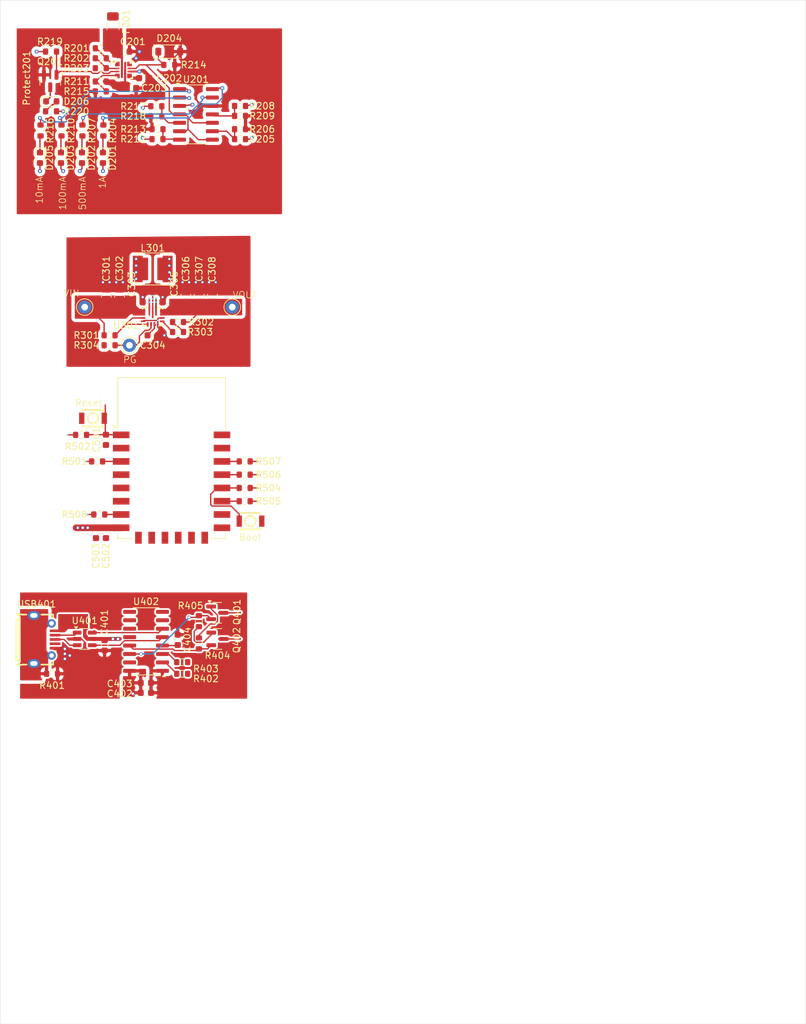
<source format=kicad_pcb>
(kicad_pcb (version 20240108) (generator "pcbnew") (generator_version "8.0")
  (layers (0 "F.Cu" signal) (1 "In1.Cu" power "Ground") (2 "In2.Cu" power "Power") (31 "B.Cu" signal) (34 "B.Paste" user) (35 "F.Paste" user) (36 "B.SilkS" user "B.Silkscreen") (37 "F.SilkS" user "F.Silkscreen") (38 "B.Mask" user) (39 "F.Mask" user) (44 "Edge.Cuts" user))
  (net 0 "")
  (net 1 "/PP3V16V/VIN")
  (net 2 "GND")
  (net 3 "Net-(Protect201-DVDT)")
  (net 4 "/PP3V16V/VOUT")
  (net 5 "+5V")
  (net 6 "Net-(D201-K)")
  (net 7 "Net-(D202-K)")
  (net 8 "Net-(D203-K)")
  (net 9 "/PP3V16V/IMON")
  (net 10 "Net-(D205-K)")
  (net 11 "Net-(D206-K)")
  (net 12 "Net-(D206-A)")
  (net 13 "Net-(Protect201-EN{slash}UVLO)")
  (net 14 "/PP3V16V/PG")
  (net 16 "Net-(Protect201-PGTH)")
  (net 17 "Net-(Protect201-OVLO)")
  (net 18 "Net-(R204-Pad1)")
  (net 19 "Net-(U201D-+)")
  (net 20 "Net-(R207-Pad1)")
  (net 21 "Net-(U201C-+)")
  (net 22 "Net-(R210-Pad1)")
  (net 23 "Net-(U201B-+)")
  (net 24 "Net-(R216-Pad1)")
  (net 25 "Net-(U201A-+)")
  (net 26 "/PP3V16V/Fused")
  (net 27 "/BB6V/VLogic")
  (net 28 "/BB6V/VIN")
  (net 29 "Net-(U301-Vaux)")
  (net 30 "/BB6V/VOUT")
  (net 31 "Net-(U301-L1)")
  (net 32 "Net-(U301-L2)")
  (net 33 "Net-(U301-EN)")
  (net 34 "Net-(R302-Pad2)")
  (net 35 "Net-(U301-FB)")
  (net 36 "/BB6V/PG")
  (net 37 "Net-(U402-V3)")
  (net 38 "/usb_serial/RST")
  (net 39 "Net-(Q401-B)")
  (net 40 "Net-(Q401-E)")
  (net 41 "Net-(Q402-B)")
  (net 42 "/usb_serial/BOOT")
  (net 43 "Net-(Q402-E)")
  (net 44 "Net-(U402-TXD)")
  (net 45 "Net-(U402-RXD)")
  (net 46 "Net-(U402-UD-)")
  (net 47 "Net-(U402-UD+)")
  (net 53 "/usb_serial/VUSB")
  (net 55 "Net-(USB401-D-)")
  (net 56 "Net-(USB401-D+)")
  (net 57 "Net-(USB401-SH1)")
  (net 59 "/usb_serial/TXD")
  (net 60 "/usb_serial/RXD")
  (net 63 "/ESP12F/TXD")
  (net 64 "/ESP12F/3V3")
  (net 66 "/ESP12F/ONEW")
  (net 69 "Net-(U501-GPIO2)")
  (net 70 "/ESP12F/BOOT")
  (net 74 "Net-(U501-GPIO15)")
  (net 76 "/ESP12F/SCL")
  (net 77 "/ESP12F/RXD")
  (net 78 "Net-(U501-EN)")
  (net 79 "/ESP12F/SDA")
  (net 80 "/ESP12F/RST")
  (footprint "RF_Module:ESP-12E" (layer "F.Cu") (at 38.35 81.25)
    (property "Reference" "U501" (hide yes))
    (property "Value" "ESP-12F")
  )
  (footprint "Resistor_SMD:R_0603_1608Metric" (layer "F.Cu") (at 49.375 83.75 180)
    (property "Reference" "R506")
    (property "Value" "4.7k")
  )
  (footprint "Resistor_SMD:R_0603_1608Metric" (layer "F.Cu") (at 39.325 62.25 180)
    (property "Reference" "R303")
    (property "Value" "51k")
  )
  (footprint "easyeda2kicad:VQFN-HR-15_L3.0-W2.5-P0.50-BL_TPS63070RNMR" (layer "F.Cu") (at 35.5 60.07)
    (property "Reference" "U301")
    (property "Value" "TPS63070RNMR")
  )
  (footprint "Resistor_SMD:R_0603_1608Metric" (layer "F.Cu") (at 20.325 113.75)
    (property "Reference" "R401")
    (property "Value" "0")
  )
  (footprint "Capacitor_SMD:C_0603_1608Metric" (layer "F.Cu") (at 31.225 20 180)
    (property "Reference" "C201")
    (property "Value" "1uf")
  )
  (footprint "Resistor_SMD:R_0603_1608Metric" (layer "F.Cu") (at 48.675 28.19 180)
    (property "Reference" "R208")
    (property "Value" "12k")
  )
  (footprint "Resistor_SMD:R_0603_1608Metric" (layer "F.Cu") (at 27.675 26)
    (property "Reference" "R215")
    (property "Value" "249k")
  )
  (footprint "Resistor_SMD:R_0603_1608Metric" (layer "F.Cu") (at 27.675 24.5)
    (property "Reference" "R211")
    (property "Value" "470k")
  )
  (footprint "Capacitor_SMD:C_0603_1608Metric" (layer "F.Cu") (at 28.45 78.5 90)
    (property "Reference" "C501")
    (property "Value" "470pf")
  )
  (footprint "Resistor_SMD:R_0603_1608Metric" (layer "F.Cu") (at 42.4625 105.825 90)
    (property "Reference" "R405")
    (property "Value" "12k")
  )
  (footprint "Resistor_SMD:R_0603_1608Metric" (layer "F.Cu") (at 49.375 85.75 180)
    (property "Reference" "R504")
    (property "Value" "10k")
  )
  (footprint "Resistor_SMD:R_0603_1608Metric" (layer "F.Cu") (at 27.125 81.75)
    (property "Reference" "R501")
    (property "Value" "10k")
  )
  (footprint "Capacitor_SMD:C_0603_1608Metric" (layer "F.Cu") (at 28.45 92.525 -90)
    (property "Reference" "C502")
    (property "Value" "10uf")
  )
  (footprint "Package_TO_SOT_SMD:SOT-23" (layer "F.Cu") (at 20.05 24.4375 -90)
    (property "Reference" "Q201")
    (property "Value" "2N7002")
  )
  (footprint "Package_TO_SOT_SMD:SOT-23-6" (layer "F.Cu") (at 25.25 108.5)
    (property "Reference" "U401")
    (property "Value" "USBLC6-2SC6")
  )
  (footprint "Resistor_SMD:R_0603_1608Metric" (layer "F.Cu") (at 36.05 28.23)
    (property "Reference" "R217")
    (property "Value" "680k")
  )
  (footprint "Capacitor_SMD:C_0603_1608Metric" (layer "F.Cu") (at 32.225 25.5 180)
    (property "Reference" "C203")
    (property "Value" "1uf")
  )
  (footprint "easyeda2kicad:KEY-SMD_B3U-1000PM" (layer "F.Cu") (at 50.25 90.75)
    (property "Reference" "SW502" (hide yes))
    (property "Value" "B3U-1000P")
  )
  (footprint "Capacitor_SMD:C_0805_2012Metric" (layer "F.Cu") (at 28.5 56.75 90)
    (property "Reference" "C301")
    (property "Value" "10uf")
  )
  (footprint "Capacitor_SMD:C_0603_1608Metric" (layer "F.Cu") (at 34.225 24)
    (property "Reference" "C202")
    (property "Value" "2.7nf")
  )
  (footprint "Resistor_SMD:R_0603_1608Metric" (layer "F.Cu") (at 27.675 22.5)
    (property "Reference" "R203")
    (property "Value" "54.9k")
  )
  (footprint "Connector_Pin:Pin_D1.0mm_L10.0mm" (layer "F.Cu") (at 32 64.25)
    (property "Reference" "TP302" (hide yes))
    (property "Value" "TestPoint")
  )
  (footprint "Resistor_SMD:R_0603_1608Metric" (layer "F.Cu") (at 24.7 77.75)
    (property "Reference" "R502")
    (property "Value" "10k")
  )
  (footprint "Capacitor_SMD:C_0603_1608Metric" (layer "F.Cu") (at 28.25 109.475 -90)
    (property "Reference" "C401")
    (property "Value" "100nf")
  )
  (footprint "Resistor_SMD:R_0603_1608Metric" (layer "F.Cu") (at 38 22 180)
    (property "Reference" "R214")
    (property "Value" "4120")
  )
  (footprint "Resistor_SMD:R_0603_1608Metric" (layer "F.Cu") (at 39.95 113.75)
    (property "Reference" "R402")
    (property "Value" "480")
  )
  (footprint "Diode_SMD:D_SOD-123" (layer "F.Cu") (at 38 20)
    (property "Reference" "D204")
    (property "Value" "1.8V")
  )
  (footprint "Resistor_SMD:R_0603_1608Metric" (layer "F.Cu") (at 27.675 21)
    (property "Reference" "R202")
    (property "Value" "196k")
  )
  (footprint "Resistor_SMD:R_0603_1608Metric" (layer "F.Cu") (at 20.175 20)
    (property "Reference" "R219")
    (property "Value" "10k")
  )
  (footprint "Resistor_SMD:R_0603_1608Metric" (layer "F.Cu") (at 29 62.75)
    (property "Reference" "R301")
    (property "Value" "10k")
  )
  (footprint "Resistor_SMD:R_0603_1608Metric" (layer "F.Cu") (at 39.325 60.75 180)
    (property "Reference" "R302")
    (property "Value" "332k")
  )
  (footprint "LED_SMD:LED_0603_1608Metric" (layer "F.Cu") (at 18.5 36 -90)
    (property "Reference" "D205")
    (property "Value" "LED")
  )
  (footprint "LED_SMD:LED_0603_1608Metric" (layer "F.Cu") (at 24.833332 36 -90)
    (property "Reference" "D202")
    (property "Value" "LED")
  )
  (footprint "Resistor_SMD:R_0603_1608Metric" (layer "F.Cu") (at 24.903332 31.8875 -90)
    (property "Reference" "R207")
    (property "Value" "150")
  )
  (footprint "Resistor_SMD:R_0603_1608Metric" (layer "F.Cu") (at 21.746666 31.8875 -90)
    (property "Reference" "R210")
    (property "Value" "150")
  )
  (footprint "Resistor_SMD:R_0603_1608Metric" (layer "F.Cu") (at 36.225 33.19)
    (property "Reference" "R212")
    (property "Value" "68k")
  )
  (footprint "Fuse:Fuse_1206_3216Metric" (layer "F.Cu") (at 29.5 16.1 -90)
    (property "Reference" "F201")
    (property "Value" "2A")
  )
  (footprint "LED_SMD:LED_0603_1608Metric" (layer "F.Cu") (at 28 36 -90)
    (property "Reference" "D201")
    (property "Value" "LED")
  )
  (footprint "Capacitor_SMD:C_0603_1608Metric" (layer "F.Cu") (at 34.475 116.615)
    (property "Reference" "C402")
    (property "Value" "10uf")
  )
  (footprint "Resistor_SMD:R_0603_1608Metric" (layer "F.Cu") (at 49.375 81.75 180)
    (property "Reference" "R507")
    (property "Value" "4.7k")
  )
  (footprint "Resistor_SMD:R_0603_1608Metric" (layer "F.Cu") (at 36.225 31.69 180)
    (property "Reference" "R213")
    (property "Value" "1k")
  )
  (footprint "Resistor_SMD:R_0603_1608Metric" (layer "F.Cu") (at 29 64.25)
    (property "Reference" "R304")
    (property "Value" "10k")
  )
  (footprint "Resistor_SMD:R_0603_1608Metric" (layer "F.Cu") (at 48.675 33.19 180)
    (property "Reference" "R205")
    (property "Value" "5.6k")
  )
  (footprint "Resistor_SMD:R_0603_1608Metric" (layer "F.Cu") (at 18.59 31.8875 -90)
    (property "Reference" "R216")
    (property "Value" "150")
  )
  (footprint "Capacitor_SMD:C_0603_1608Metric" (layer "F.Cu") (at 33.225 57.75)
    (property "Reference" "C303")
    (property "Value" "10uf")
  )
  (footprint "Resistor_SMD:R_0603_1608Metric" (layer "F.Cu") (at 36.05 29.74 180)
    (property "Reference" "R218")
    (property "Value" "1k")
  )
  (footprint "Capacitor_SMD:C_0603_1608Metric" (layer "F.Cu") (at 34.475 115.115)
    (property "Reference" "C403")
    (property "Value" "100nf")
  )
  (footprint "easyeda2kicad:KEY-SMD_B3U-1000PM" (layer "F.Cu") (at 26.5 75.25)
    (property "Reference" "SW501" (hide yes))
    (property "Value" "B3U-1000P")
  )
  (footprint "LED_SMD:LED_0603_1608Metric" (layer "F.Cu") (at 21.666666 36 -90)
    (property "Reference" "D203")
    (property "Value" "LED")
  )
  (footprint "Inductor_SMD:L_Coilcraft_XAL4020-XXX" (layer "F.Cu") (at 35.5 52.75)
    (property "Reference" "L301")
    (property "Value" "1uH")
  )
  (footprint "Resistor_SMD:R_0603_1608Metric" (layer "F.Cu") (at 39.95 112 180)
    (property "Reference" "R403")
    (property "Value" "480")
  )
  (footprint "Capacitor_SMD:C_0603_1608Metric" (layer "F.Cu") (at 37.725 57.75 180)
    (property "Reference" "C305")
    (property "Value" "10uf")
  )
  (footprint "Capacitor_SMD:C_0805_2012Metric" (layer "F.Cu") (at 42.5 56.8 90)
    (property "Reference" "C307")
    (property "Value" "22uf")
  )
  (footprint "Package_TO_SOT_SMD:SOT-23" (layer "F.Cu") (at 45.25 104.565)
    (property "Reference" "Q401")
    (property "Value" "MMBT3904")
  )
  (footprint "Capacitor_SMD:C_0603_1608Metric" (layer "F.Cu") (at 39.275 108.64 -90)
    (property "Reference" "C404")
    (property "Value" "100nf")
  )
  (footprint "LED_SMD:LED_0603_1608Metric" (layer "F.Cu") (at 20.2125 27.5)
    (property "Reference" "D206")
    (property "Value" "LED")
  )
  (footprint "easyeda2kicad:MICRO-USB-SMD_MICROXNJ" (layer "F.Cu") (at 19.18 108.58 -90)
    (property "Reference" "USB401")
    (property "Value" "MICROXNJ")
  )
  (footprint "Capacitor_SMD:C_0805_2012Metric" (layer "F.Cu") (at 30.5 56.75 90)
    (property "Reference" "C302")
    (property "Value" "10uf")
  )
  (footprint "Connector_Pin:Pin_D1.0mm_L10.0mm" (layer "F.Cu") (at 47.5 58.5)
    (property "Reference" "TP303" (hide yes))
    (property "Value" "TestPoint")
  )
  (footprint "Package_TO_SOT_SMD:SOT-23" (layer "F.Cu") (at 45.275 108.5)
    (property "Reference" "Q402")
    (property "Value" "MMBT3904")
  )
  (footprint "Resistor_SMD:R_0603_1608Metric" (layer "F.Cu") (at 42.4625 109.175 -90)
    (property "Reference" "R404")
    (property "Value" "12k")
  )
  (footprint "Capacitor_SMD:C_0805_2012Metric" (layer "F.Cu") (at 40.5 56.8 90)
    (property "Reference" "C306")
    (property "Value" "22uf")
  )
  (footprint "easyeda2kicad:VQFN-10_L2.0-W2.0-P0.45-TL" (layer "F.Cu") (at 31.09 22.77)
    (property "Reference" "Protect201")
    (property "Value" "LM73100RPWR")
  )
  (footprint "Resistor_SMD:R_0603_1608Metric" (layer "F.Cu") (at 48.675 29.69)
    (property "Reference" "R209")
    (property "Value" "1k")
  )
  (footprint "Package_SO:SOIC-16_3.9x9.9mm_P1.27mm" (layer "F.Cu") (at 34.5 108.865 180)
    (property "Reference" "U402")
    (property "Value" "CH340C")
  )
  (footprint "Resistor_SMD:R_0603_1608Metric" (layer "F.Cu") (at 28.06 31.8875 -90)
    (property "Reference" "R204")
    (property "Value" "150")
  )
  (footprint "Resistor_SMD:R_0603_1608Metric" (layer "F.Cu") (at 27.45 89.75)
    (property "Reference" "R508")
    (property "Value" "4.7k")
  )
  (footprint "Capacitor_SMD:C_0805_2012Metric" (layer "F.Cu") (at 44.5 56.8 90)
    (property "Reference" "C308")
    (property "Value" "22uf")
  )
  (footprint "Package_SO:SOIC-14_3.9x8.7mm_P1.27mm" (layer "F.Cu") (at 42.025 29.46)
    (property "Reference" "U201")
    (property "Value" "LM339")
  )
  (footprint "Connector_Pin:Pin_D1.0mm_L10.0mm" (layer "F.Cu") (at 25.25 58.5)
    (property "Reference" "TP301" (hide yes))
    (property "Value" "TestPoint")
  )
  (footprint "Capacitor_SMD:C_0603_1608Metric" (layer "F.Cu") (at 35.5 62.75)
    (property "Reference" "C304")
    (property "Value" "100nf")
  )
  (footprint "Resistor_SMD:R_0603_1608Metric" (layer "F.Cu") (at 27.675 19.5)
    (property "Reference" "R201")
    (property "Value" "470k")
  )
  (footprint "Resistor_SMD:R_0603_1608Metric" (layer "F.Cu") (at 49.375 87.75 180)
    (property "Reference" "R505")
    (property "Value" "10k")
  )
  (footprint "Resistor_SMD:R_0603_1608Metric" (layer "F.Cu") (at 20.175 29)
    (property "Reference" "R220")
    (property "Value" "150")
  )
  (footprint "Resistor_SMD:R_0603_1608Metric" (layer "F.Cu") (at 48.675 31.69)
    (property "Reference" "R206")
    (property "Value" "1k")
  )
  (footprint "Capacitor_SMD:C_0603_1608Metric" (layer "F.Cu") (at 26.95 92.525 -90)
    (property "Reference" "C503")
    (property "Value" "100nf")
  )
  (gr_rect (start 12.5 12.25) (end 134 166.5) (stroke (width 0.05)) (fill none) (layer "Edge.Cuts"))
  (gr_text "VOUT\n" (at 47.5 57.249001 0) (layer "F.SilkS") (effects (font (size 1 1) (thickness 0.1)) (justify left bottom)))
  (gr_text "1A" (at 28.5 40.714286 90) (layer "F.SilkS") (effects (font (size 1 1) (thickness 0.1)) (justify left bottom)))
  (gr_text "10mA" (at 19 43 90) (layer "F.SilkS") (effects (font (size 1 1) (thickness 0.1)) (justify left bottom)))
  (gr_text "500mA" (at 25.5 43.952381 90) (layer "F.SilkS") (effects (font (size 1 1) (thickness 0.1)) (justify left bottom)))
  (gr_text "Boot" (at 48.45 93.75 0) (layer "F.SilkS") (effects (font (size 1 1) (thickness 0.1)) (justify left bottom)))
  (gr_text "100mA" (at 22.5 43.952381 90) (layer "F.SilkS") (effects (font (size 1 1) (thickness 0.1)) (justify left bottom)))
  (gr_text "VIN" (at 22 57 0) (layer "F.SilkS") (effects (font (size 1 1) (thickness 0.1)) (justify left bottom)))
  (gr_text "Reset" (at 23.75 73.5 0) (layer "F.SilkS") (effects (font (size 1 1) (thickness 0.1)) (justify left bottom)))
  (gr_text "PG" (at 31 67 0) (layer "F.SilkS") (effects (font (size 1 1) (thickness 0.1)) (justify left bottom)))
  (segment (start 36.25 61.09) (end 36.25 60.54) (width 0.2) (layer "F.Cu") (net 2))
  (segment (start 36.4 60.14) (end 36.95 60.14) (width 0.2) (layer "F.Cu") (net 2))
  (segment (start 36.25 61.5) (end 36.5 61.75) (width 0.2) (layer "F.Cu") (net 2))
  (segment (start 35.5 59.25) (end 35.5 59.79) (width 0.2) (layer "F.Cu") (net 2))
  (segment (start 24.1125 108.5) (end 24.774999 108.5) (width 0.2) (layer "F.Cu") (net 2))
  (segment (start 36.25 61.09) (end 36.25 60.29) (width 0.2) (layer "F.Cu") (net 2))
  (segment (start 35.5 59.25) (end 35.5 59.854) (width 0.2) (layer "F.Cu") (net 2))
  (segment (start 32 23) (end 33.5 23) (width 0.3) (layer "F.Cu") (net 2))
  (segment (start 38.825 20.815) (end 39.64 20) (width 0.2) (layer "F.Cu") (net 2))
  (segment (start 34 23) (end 35 24) (width 0.3) (layer "F.Cu") (net 2))
  (segment (start 36.25 60.54) (end 36.223 60.513) (width 0.2) (layer "F.Cu") (net 2))
  (segment (start 36.223 60.513) (end 34.177 60.513) (width 0.2) (layer "F.Cu") (net 2))
  (segment (start 34.177 60.513) (end 34.05 60.64) (width 0.2) (layer "F.Cu") (net 2))
  (segment (start 33.5 23) (end 34 23) (width 0.3) (layer "F.Cu") (net 2))
  (segment (start 36.25 61.09) (end 36.25 61.5) (width 0.2) (layer "F.Cu") (net 2))
  (segment (start 25.25 108.975001) (end 25.25 109.5) (width 0.2) (layer "F.Cu") (net 2))
  (segment (start 36.25 60.29) (end 36.4 60.14) (width 0.2) (layer "F.Cu") (net 2))
  (segment (start 38.825 22) (end 38.825 20.815) (width 0.2) (layer "F.Cu") (net 2))
  (segment (start 35.5 59.75) (end 35.5 59.25) (width 0.2) (layer "F.Cu") (net 2))
  (segment (start 24.774999 108.5) (end 25.25 108.975001) (width 0.2) (layer "F.Cu") (net 2))
  (segment (start 35.5 59.25) (end 35.5 56.25) (width 0.2) (layer "F.Cu") (net 2))
  (via (at 31 54.75) (size 0.45) (drill 0.3) (layers "F.Cu" "B.Cu") (net 2))
  (via (at 29 54.75) (size 0.45) (drill 0.3) (layers "F.Cu" "B.Cu") (net 2))
  (via (at 42 54.75) (size 0.45) (drill 0.3) (layers "F.Cu" "B.Cu") (net 2))
  (via (at 40 54.75) (size 0.45) (drill 0.3) (layers "F.Cu" "B.Cu") (net 2))
  (via (at 33.5 23) (size 0.6) (drill 0.3) (layers "F.Cu" "B.Cu") (net 2))
  (via (at 33.5 20) (size 0.6) (drill 0.3) (layers "F.Cu" "B.Cu") (net 2))
  (via (at 45 54.75) (size 0.45) (drill 0.3) (layers "F.Cu" "B.Cu") (net 2))
  (via (at 41 54.75) (size 0.45) (drill 0.3) (layers "F.Cu" "B.Cu") (net 2))
  (via (at 30 54.75) (size 0.45) (drill 0.3) (layers "F.Cu" "B.Cu") (net 2))
  (via (at 33 21) (size 0.6) (drill 0.3) (layers "F.Cu" "B.Cu") (net 2))
  (via (at 28 54.75) (size 0.45) (drill 0.3) (layers "F.Cu" "B.Cu") (net 2))
  (via (at 36.25 63.75) (size 0.45) (drill 0.3) (layers "F.Cu" "B.Cu") (net 2))
  (via (at 35.5 56.75) (size 0.25) (drill 0.15) (layers "F.Cu" "B.Cu") (net 2))
  (via (at 23 111) (size 0.5) (drill 0.35) (layers "F.Cu" "B.Cu") (net 2))
  (via (at 35.5 57.25) (size 0.25) (drill 0.15) (layers "F.Cu" "B.Cu") (net 2))
  (via (at 44 54.75) (size 0.45) (drill 0.3) (layers "F.Cu" "B.Cu") (net 2))
  (via (at 43 54.75) (size 0.45) (drill 0.3) (layers "F.Cu" "B.Cu") (net 2))
  (via (at 37 57) (size 0.45) (drill 0.3) (layers "F.Cu" "B.Cu") (net 2))
  (via (at 37.25 62.75) (size 0.45) (drill 0.3) (layers "F.Cu" "B.Cu") (net 2))
  (via (at 22.25 110) (size 0.5) (drill 0.35) (layers "F.Cu" "B.Cu") (net 2))
  (via (at 36.223 60.513) (size 0.25) (drill 0.15) (layers "F.Cu" "B.Cu") (net 2))
  (via (at 22.25 111.5) (size 0.5) (drill 0.35) (layers "F.Cu" "B.Cu") (net 2))
  (via (at 34 57) (size 0.45) (drill 0.3) (layers "F.Cu" "B.Cu") (net 2))
  (via (at 35.5 57.75) (size 0.25) (drill 0.15) (layers "F.Cu" "B.Cu") (net 2))
  (via (at 22.25 110.75) (size 0.5) (drill 0.35) (layers "F.Cu" "B.Cu") (net 2))
  (segment (start 32.33 24) (end 32 23.67) (width 0.5) (layer "F.Cu") (net 3))
  (segment (start 33.45 24) (end 32.33 24) (width 0.5) (layer "F.Cu") (net 3))
  (segment (start 31.34 22.78) (end 31.34 25.39) (width 0.3) (layer "F.Cu") (net 4))
  (segment (start 21.666666 37.666666) (end 22 38) (width 0.2) (layer "F.Cu") (net 5))
  (segment (start 21 29) (end 22 29) (width 0.2) (layer "F.Cu") (net 5))
  (segment (start 39.55 28.19) (end 41.5 28) (width 0.2) (layer "F.Cu") (net 5))
  (segment (start 21.666666 36.7875) (end 21.666666 37.666666) (width 0.2) (layer "F.Cu") (net 5))
  (segment (start 35.4 33.19) (end 34.19 33.19) (width 0.2) (layer "F.Cu") (net 5))
  (segment (start 49.5 33.19) (end 50.26 33.19) (width 0.2) (layer "F.Cu") (net 5))
  (segment (start 19.35 20) (end 18 20) (width 0.2) (layer "F.Cu") (net 5))
  (segment (start 18.5 36.7875) (end 18.5 38) (width 0.2) (layer "F.Cu") (net 5))
  (segment (start 50.26 33.19) (end 50.45 33) (width 0.2) (layer "F.Cu") (net 5))
  (segment (start 35.225 28.23) (end 34.27 28.23) (width 0.2) (layer "F.Cu") (net 5))
  (segment (start 24.833332 37.666668) (end 24.5 38) (width 0.2) (layer "F.Cu") (net 5))
  (segment (start 34.19 33.19) (end 34 33) (width 0.2) (layer "F.Cu") (net 5))
  (segment (start 41.5 28) (end 41.31 28.19) (width 0.2) (layer "F.Cu") (net 5))
  (segment (start 34.27 28.23) (end 34 28.5) (width 0.2) (layer "F.Cu") (net 5))
  (segment (start 50.45 28) (end 50.64 28.19) (width 0.2) (layer "F.Cu") (net 5))
  (segment (start 28 36.7875) (end 28 38) (width 0.2) (layer "F.Cu") (net 5))
  (segment (start 24.833332 36.7875) (end 24.833332 37.666668) (width 0.2) (layer "F.Cu") (net 5))
  (segment (start 49.5 28.19) (end 50.45 28) (width 0.2) (layer "F.Cu") (net 5))
  (via (at 22 29) (size 0.6) (drill 0.3) (layers "F.Cu" "B.Cu") (net 5))
  (via (at 41.5 28) (size 0.6) (drill 0.3) (layers "F.Cu" "B.Cu") (net 5))
  (via (at 34 33) (size 0.6) (drill 0.3) (layers "F.Cu" "B.Cu") (net 5))
  (via (at 24.5 38) (size 0.6) (drill 0.3) (layers "F.Cu" "B.Cu") (net 5))
  (via (at 18 20) (size 0.6) (drill 0.3) (layers "F.Cu" "B.Cu") (net 5))
  (via (at 22 38) (size 0.6) (drill 0.3) (layers "F.Cu" "B.Cu") (net 5))
  (via (at 50.45 28) (size 0.6) (drill 0.3) (layers "F.Cu" "B.Cu") (net 5))
  (via (at 18.5 38) (size 0.6) (drill 0.3) (layers "F.Cu" "B.Cu") (net 5))
  (via (at 50.45 33) (size 0.6) (drill 0.3) (layers "F.Cu" "B.Cu") (net 5))
  (via (at 28 38) (size 0.6) (drill 0.3) (layers "F.Cu" "B.Cu") (net 5))
  (via (at 34 28.5) (size 0.6) (drill 0.3) (layers "F.Cu" "B.Cu") (net 5))
  (segment (start 28 35.2125) (end 28 32.7725) (width 0.2) (layer "F.Cu") (net 6))
  (segment (start 24.833332 35.2125) (end 24.833332 32.7825) (width 0.2) (layer "F.Cu") (net 7))
  (segment (start 21.666666 35.2125) (end 21.666666 32.7925) (width 0.2) (layer "F.Cu") (net 8))
  (segment (start 36.36 20) (end 36.36 21.185) (width 0.2) (layer "F.Cu") (net 9))
  (segment (start 39.55 29.46) (end 38.575001 29.46) (width 0.2) (layer "F.Cu") (net 9))
  (segment (start 36.36 21.185) (end 37.175 22) (width 0.2) (layer "F.Cu") (net 9))
  (segment (start 42.395001 33.27) (end 40.825 31.699999) (width 0.2) (layer "F.Cu") (net 9))
  (segment (start 40.825 30) (end 40.825 31.699999) (width 0.2) (layer "F.Cu") (net 9))
  (segment (start 40.46 29.46) (end 40.825 29.825) (width 0.2) (layer "F.Cu") (net 9))
  (segment (start 33.5 22) (end 34.5 22) (width 0.2) (layer "F.Cu") (net 9))
  (segment (start 44.5 30.73) (end 41.555 30.73) (width 0.2) (layer "F.Cu") (net 9))
  (segment (start 32 22.54) (end 32.96 22.54) (width 0.2) (layer "F.Cu") (net 9))
  (segment (start 40.825 31.699999) (end 40.524999 32) (width 0.2) (layer "F.Cu") (net 9))
  (segment (start 41.555 30.73) (end 40.825 30) (width 0.2) (layer "F.Cu") (net 9))
  (segment (start 38 25.5) (end 34.5 22) (width 0.2) (layer "F.Cu") (net 9))
  (segment (start 32.96 22.54) (end 33.5 22) (width 0.2) (layer "F.Cu") (net 9))
  (segment (start 39.55 29.46) (end 40.46 29.46) (width 0.2) (layer "F.Cu") (net 9))
  (segment (start 40.524999 32) (end 39.55 32) (width 0.2) (layer "F.Cu") (net 9))
  (segment (start 38.575001 29.46) (end 38 28.884999) (width 0.2) (layer "F.Cu") (net 9))
  (segment (start 44.5 33.27) (end 42.395001 33.27) (width 0.2) (layer "F.Cu") (net 9))
  (segment (start 34.5 22) (end 37.175 22) (width 0.2) (layer "F.Cu") (net 9))
  (segment (start 38 28.884999) (end 38 25.5) (width 0.2) (layer "F.Cu") (net 9))
  (segment (start 40.825 29.825) (end 40.825 30) (width 0.2) (layer "F.Cu") (net 9))
  (segment (start 18.5 35.2125) (end 18.5 32.8025) (width 0.2) (layer "F.Cu") (net 10))
  (segment (start 20.05 26.875) (end 19.425 27.5) (width 0.2) (layer "F.Cu") (net 11))
  (segment (start 20.05 25.375) (end 20.05 26.875) (width 0.2) (layer "F.Cu") (net 11))
  (segment (start 21 27.5) (end 20.5 28) (width 0.2) (layer "F.Cu") (net 12))
  (segment (start 20.5 28) (end 20.35 28) (width 0.2) (layer "F.Cu") (net 12))
  (segment (start 20.35 28) (end 19.35 29) (width 0.2) (layer "F.Cu") (net 12))
  (segment (start 29.81 21.5) (end 30.18 21.87) (width 0.2) (layer "F.Cu") (net 13))
  (segment (start 28.5 21) (end 27 19.5) (width 0.2) (layer "F.Cu") (net 13))
  (segment (start 28.5 21) (end 29 21.5) (width 0.2) (layer "F.Cu") (net 13))
  (segment (start 29 21.5) (end 29.81 21.5) (width 0.2) (layer "F.Cu") (net 13))
  (segment (start 28.087352 23.275) (end 28.912648 23.275) (width 0.2) (layer "F.Cu") (net 14))
  (segment (start 28.912648 23.275) (end 29.187648 23) (width 0.2) (layer "F.Cu") (net 14))
  (segment (start 27.262648 23.275) (end 27.537648 23) (width 0.2) (layer "F.Cu") (net 14))
  (segment (start 21 23.5) (end 21.5 23) (width 0.2) (layer "F.Cu") (net 14))
  (segment (start 26.162352 23) (end 26.437352 23.275) (width 0.2) (layer "F.Cu") (net 14))
  (segment (start 26.437352 23.275) (end 27.262648 23.275) (width 0.2) (layer "F.Cu") (net 14))
  (segment (start 21 20.5) (end 21 23.5) (width 0.2) (layer "F.Cu") (net 14))
  (segment (start 29.187648 23) (end 30.18 23) (width 0.2) (layer "F.Cu") (net 14))
  (segment (start 27.812352 23) (end 28.087352 23.275) (width 0.2) (layer "F.Cu") (net 14))
  (segment (start 21.5 23) (end 26.162352 23) (width 0.2) (layer "F.Cu") (net 14))
  (segment (start 27.537648 23) (end 27.812352 23) (width 0.2) (layer "F.Cu") (net 14))
  (segment (start 26.85 24.5) (end 27.951904 23.602) (width 0.2) (layer "F.Cu") (net 16))
  (segment (start 27 24.5) (end 28.5 26) (width 0.2) (layer "F.Cu") (net 16))
  (segment (start 30.112 23.602) (end 30.18 23.67) (width 0.2) (layer "F.Cu") (net 16))
  (segment (start 27.951904 23.602) (end 30.112 23.602) (width 0.2) (layer "F.Cu") (net 16))
  (segment (start 28.54 22.54) (end 30.18 22.54) (width 0.2) (layer "F.Cu") (net 17))
  (segment (start 28.5 22.5) (end 28.54 22.54) (width 0.2) (layer "F.Cu") (net 17))
  (segment (start 27 21) (end 28.5 22.5) (width 0.2) (layer "F.Cu") (net 17))
  (segment (start 28.06 31.0625) (end 28.06 30.06) (width 0.2) (layer "F.Cu") (net 18))
  (segment (start 44.65 25.5) (end 44.5 25.65) (width 0.2) (layer "F.Cu") (net 18))
  (segment (start 28.06 30.06) (end 28 30) (width 0.2) (layer "F.Cu") (net 18))
  (segment (start 46 25.5) (end 44.65 25.5) (width 0.2) (layer "F.Cu") (net 18))
  (via (at 28 30) (size 0.6) (drill 0.3) (layers "F.Cu" "B.Cu") (net 18))
  (via (at 46 25.5) (size 0.6) (drill 0.3) (layers "F.Cu" "B.Cu") (net 18))
  (segment (start 43.1 27.9) (end 41 30) (width 0.2) (layer "B.Cu") (net 18))
  (segment (start 41 30) (end 28 30) (width 0.2) (layer "B.Cu") (net 18))
  (segment (start 46 27) (end 45.1 27.9) (width 0.2) (layer "B.Cu") (net 18))
  (segment (start 45.1 27.9) (end 43.1 27.9) (width 0.2) (layer "B.Cu") (net 18))
  (segment (start 46 25.5) (end 46 27) (width 0.2) (layer "B.Cu") (net 18))
  (segment (start 44.5 32) (end 46.66 32) (width 0.2) (layer "F.Cu") (net 19))
  (segment (start 47.85 31.69) (end 47.85 33.19) (width 0.2) (layer "F.Cu") (net 19))
  (segment (start 46.66 32) (end 47.85 33.19) (width 0.2) (layer "F.Cu") (net 19))
  (segment (start 25 30) (end 24.903332 30.096668) (width 0.2) (layer "F.Cu") (net 20))
  (segment (start 43 26.92) (end 44.5 26.92) (width 0.2) (layer "F.Cu") (net 20))
  (segment (start 24.903332 31.0625) (end 25 30) (width 0.2) (layer "F.Cu") (net 20))
  (via (at 43 26.92) (size 0.6) (drill 0.3) (layers "F.Cu" "B.Cu") (net 20))
  (via (at 25 30) (size 0.6) (drill 0.3) (layers "F.Cu" "B.Cu") (net 20))
  (segment (start 40.948529 29.4) (end 25.6 29.4) (width 0.2) (layer "B.Cu") (net 20))
  (segment (start 43 26.92) (end 43 27.348529) (width 0.2) (layer "B.Cu") (net 20))
  (segment (start 25.6 29.4) (end 25 30) (width 0.2) (layer "B.Cu") (net 20))
  (segment (start 43 27.348529) (end 40.948529 29.4) (width 0.2) (layer "B.Cu") (net 20))
  (segment (start 47.85 29.69) (end 44.73 29.69) (width 0.2) (layer "F.Cu") (net 21))
  (segment (start 47.85 28.19) (end 47.85 29.69) (width 0.2) (layer "F.Cu") (net 21))
  (segment (start 44.73 29.69) (end 44.5 29.46) (width 0.2) (layer "F.Cu") (net 21))
  (segment (start 39.55 25.65) (end 40.65 25.65) (width 0.2) (layer "F.Cu") (net 22))
  (segment (start 40.65 25.65) (end 41 26) (width 0.2) (layer "F.Cu") (net 22))
  (segment (start 21.746666 31.0625) (end 21.746666 30.246666) (width 0.2) (layer "F.Cu") (net 22))
  (segment (start 21.746666 30.246666) (end 21.5 30) (width 0.2) (layer "F.Cu") (net 22))
  (via (at 21.5 30) (size 0.6) (drill 0.3) (layers "F.Cu" "B.Cu") (net 22))
  (via (at 41 26) (size 0.6) (drill 0.3) (layers "F.Cu" "B.Cu") (net 22))
  (segment (start 25.848529 26) (end 21.848529 30) (width 0.2) (layer "B.Cu") (net 22))
  (segment (start 41 26) (end 25.848529 26) (width 0.2) (layer "B.Cu") (net 22))
  (segment (start 21.848529 30) (end 21.5 30) (width 0.2) (layer "B.Cu") (net 22))
  (segment (start 37.05 33.19) (end 39.47 33.19) (width 0.2) (layer "F.Cu") (net 23))
  (segment (start 37.05 31.69) (end 37.05 33.19) (width 0.2) (layer "F.Cu") (net 23))
  (segment (start 18.59 30.09) (end 18.5 30) (width 0.2) (layer "F.Cu") (net 24))
  (segment (start 40.604999 27) (end 40.524999 26.92) (width 0.2) (layer "F.Cu") (net 24))
  (segment (start 41 27) (end 40.604999 27) (width 0.2) (layer "F.Cu") (net 24))
  (segment (start 18.59 31.0625) (end 18.59 30.09) (width 0.2) (layer "F.Cu") (net 24))
  (segment (start 40.524999 26.92) (end 39.55 26.92) (width 0.2) (layer "F.Cu") (net 24))
  (via (at 18.5 30) (size 0.6) (drill 0.3) (layers "F.Cu" "B.Cu") (net 24))
  (via (at 41 27) (size 0.6) (drill 0.3) (layers "F.Cu" "B.Cu") (net 24))
  (segment (start 26 27) (end 22.4 30.6) (width 0.2) (layer "B.Cu") (net 24))
  (segment (start 19.1 30.6) (end 18.5 30) (width 0.2) (layer "B.Cu") (net 24))
  (segment (start 22.4 30.6) (end 19.1 30.6) (width 0.2) (layer "B.Cu") (net 24))
  (segment (start 41 27) (end 26 27) (width 0.2) (layer "B.Cu") (net 24))
  (segment (start 36.875 29.74) (end 37.865 30.73) (width 0.2) (layer "F.Cu") (net 25))
  (segment (start 36.875 28.23) (end 36.875 29.74) (width 0.2) (layer "F.Cu") (net 25))
  (segment (start 37.865 30.73) (end 39.55 30.73) (width 0.2) (layer "F.Cu") (net 25))
  (segment (start 30.86 20.41) (end 30.45 20) (width 0.2) (layer "F.Cu") (net 26))
  (segment (start 30.86 21) (end 30.86 20.41) (width 0.3) (layer "F.Cu") (net 26))
  (segment (start 30.86 22.77) (end 30.86 21) (width 0.3) (layer "F.Cu") (net 26))
  (segment (start 28.175 62.75) (end 28.175 60.925) (width 0.2) (layer "F.Cu") (net 28))
  (segment (start 34.05 59.64) (end 32.61 59.64) (width 0.25) (layer "F.Cu") (net 28))
  (segment (start 28.175 60.925) (end 27.25 60) (width 0.2) (layer "F.Cu") (net 28))
  (segment (start 35.898 61.148) (end 35.898 61.25) (width 0.2) (layer "F.Cu") (net 29))
  (segment (start 35.75 61.09) (end 35.75 61.725) (width 0.2) (layer "F.Cu") (net 29))
  (segment (start 35.84 61.09) (end 35.898 61.148) (width 0.2) (layer "F.Cu") (net 29))
  (segment (start 35.75 61.725) (end 34.725 62.75) (width 0.2) (layer "F.Cu") (net 29))
  (segment (start 35.75 61.09) (end 35.84 61.09) (width 0.2) (layer "F.Cu") (net 29))
  (segment (start 37.61 59.64) (end 36.95 59.64) (width 0.25) (layer "F.Cu") (net 30))
  (segment (start 41 60.75) (end 42 59.75) (width 0.2) (layer "F.Cu") (net 30))
  (segment (start 37.61 59.64) (end 38 59.25) (width 0.25) (layer "F.Cu") (net 30))
  (segment (start 40.15 60.75) (end 41 60.75) (width 0.2) (layer "F.Cu") (net 30))
  (segment (start 35 59.05) (end 35 57.25) (width 0.25) (layer "F.Cu") (net 31))
  (via (at 35 57.75) (size 0.25) (drill 0.15) (layers "F.Cu" "B.Cu") (net 31))
  (via (at 35 57.25) (size 0.25) (drill 0.15) (layers "F.Cu" "B.Cu") (net 31))
  (via (at 33 54.25) (size 0.45) (drill 0.3) (layers "F.Cu" "B.Cu") (net 31))
  (via (at 33 53.25) (size 0.45) (drill 0.3) (layers "F.Cu" "B.Cu") (net 31))
  (via (at 33 51.25) (size 0.45) (drill 0.3) (layers "F.Cu" "B.Cu") (net 31))
  (via (at 33 52.25) (size 0.45) (drill 0.3) (layers "F.Cu" "B.Cu") (net 31))
  (segment (start 36 59.05) (end 36 57.25) (width 0.25) (layer "F.Cu") (net 32))
  (via (at 36 57.25) (size 0.25) (drill 0.15) (layers "F.Cu" "B.Cu") (net 32))
  (via (at 38 54.25) (size 0.45) (drill 0.3) (layers "F.Cu" "B.Cu") (net 32))
  (via (at 36 57.75) (size 0.25) (drill 0.15) (layers "F.Cu" "B.Cu") (net 32))
  (via (at 38 52.25) (size 0.45) (drill 0.3) (layers "F.Cu" "B.Cu") (net 32))
  (via (at 38 53.25) (size 0.45) (drill 0.3) (layers "F.Cu" "B.Cu") (net 32))
  (via (at 38 51.25) (size 0.45) (drill 0.3) (layers "F.Cu" "B.Cu") (net 32))
  (segment (start 32.435 60.14) (end 31.1625 61.4125) (width 0.2) (layer "F.Cu") (net 33))
  (segment (start 34.05 60.14) (end 32.435 60.14) (width 0.2) (layer "F.Cu") (net 33))
  (segment (start 31.1625 61.4125) (end 29.825 62.75) (width 0.2) (layer "F.Cu") (net 33))
  (segment (start 31.1625 61.4125) (end 31.485 61.09) (width 0.2) (layer "F.Cu") (net 33))
  (segment (start 31.485 61.09) (end 34.75 61.09) (width 0.2) (layer "F.Cu") (net 33))
  (segment (start 38.5 60.75) (end 39 61.25) (width 0.2) (layer "F.Cu") (net 34))
  (segment (start 39 61.25) (end 39.15 61.25) (width 0.2) (layer "F.Cu") (net 34))
  (segment (start 39.15 61.25) (end 40.15 62.25) (width 0.2) (layer "F.Cu") (net 34))
  (segment (start 38 61.75) (end 38 61.69) (width 0.2) (layer "F.Cu") (net 35))
  (segment (start 38.5 62.25) (end 38 61.75) (width 0.2) (layer "F.Cu") (net 35))
  (segment (start 38 61.69) (end 36.95 60.64) (width 0.2) (layer "F.Cu") (net 35))
  (segment (start 34.35454 62) (end 33.5 62.85454) (width 0.2) (layer "F.Cu") (net 36))
  (segment (start 34.89 62) (end 34.35454 62) (width 0.2) (layer "F.Cu") (net 36))
  (segment (start 33.5 62.85454) (end 33.5 63.75) (width 0.2) (layer "F.Cu") (net 36))
  (segment (start 33.5 63.75) (end 33 64.25) (width 0.2) (layer "F.Cu") (net 36))
  (segment (start 35.25 61.09) (end 35.25 61.64) (width 0.2) (layer "F.Cu") (net 36))
  (segment (start 35.25 61.64) (end 34.89 62) (width 0.2) (layer "F.Cu") (net 36))
  (segment (start 33 64.25) (end 29.825 64.25) (width 0.2) (layer "F.Cu") (net 36))
  (segment (start 39.19 109.5) (end 39.275 109.415) (width 0.2) (layer "F.Cu") (net 37))
  (segment (start 36.975 109.5) (end 39.19 109.5) (width 0.2) (layer "F.Cu") (net 37))
  (segment (start 45.4125 104.565) (end 48.685 104.565) (width 0.2) (layer "F.Cu") (net 38))
  (segment (start 48.685 104.565) (end 48.75 104.5) (width 0.2) (layer "F.Cu") (net 38))
  (segment (start 44.3125 103.964816) (end 44.3125 103.615) (width 0.2) (layer "F.Cu") (net 39))
  (segment (start 42.4625 108.35) (end 42.4625 107.95) (width 0.2) (layer "F.Cu") (net 39))
  (segment (start 45.277 104.929316) (end 44.3125 103.964816) (width 0.2) (layer "F.Cu") (net 39))
  (segment (start 45.277 105.825316) (end 45.277 104.929316) (width 0.2) (layer "F.Cu") (net 39))
  (segment (start 44.1625 106.25) (end 44.852316 106.25) (width 0.2) (layer "F.Cu") (net 39))
  (segment (start 42.4625 107.95) (end 44.1625 106.25) (width 0.2) (layer "F.Cu") (net 39))
  (segment (start 44.852316 106.25) (end 45.277 105.825316) (width 0.2) (layer "F.Cu") (net 39))
  (segment (start 43.7975 105) (end 44.3125 105.515) (width 0.2) (layer "F.Cu") (net 40))
  (segment (start 32.025 110.77) (end 33.505 110.77) (width 0.2) (layer "F.Cu") (net 40))
  (segment (start 33.505 110.77) (end 33.525 110.75) (width 0.2) (layer "F.Cu") (net 40))
  (segment (start 42.2125 105.25) (end 42.4625 105) (width 0.2) (layer "F.Cu") (net 40))
  (segment (start 42.4625 105) (end 43.7975 105) (width 0.2) (layer "F.Cu") (net 40))
  (segment (start 41.025 105.25) (end 42.2125 105.25) (width 0.2) (layer "F.Cu") (net 40))
  (via (at 41 105.25) (size 0.5) (drill 0.35) (layers "F.Cu" "B.Cu") (net 40))
  (via (at 33.75 110.75) (size 0.5) (drill 0.35) (layers "F.Cu" "B.Cu") (net 40))
  (segment (start 33.525 110.75) (end 35.525 110.75) (width 0.2) (layer "B.Cu") (net 40))
  (segment (start 35.525 110.75) (end 41.025 105.25) (width 0.2) (layer "B.Cu") (net 40))
  (segment (start 44.3375 107.55) (end 44.3375 107.849999) (width 0.2) (layer "F.Cu") (net 41))
  (segment (start 42.025 109) (end 41.7605 108.7355) (width 0.2) (layer "F.Cu") (net 41))
  (segment (start 44.3375 107.849999) (end 43.187499 109) (width 0.2) (layer "F.Cu") (net 41))
  (segment (start 41.7605 108.7355) (end 41.7605 107.352) (width 0.2) (layer "F.Cu") (net 41))
  (segment (start 41.7605 107.352) (end 42.4625 106.65) (width 0.2) (layer "F.Cu") (net 41))
  (segment (start 43.187499 109) (end 42.025 109) (width 0.2) (layer "F.Cu") (net 41))
  (segment (start 45.4375 108.5) (end 48.75 108.5) (width 0.2) (layer "F.Cu") (net 42))
  (segment (start 38.775 110.25) (end 42.2125 110.25) (width 0.2) (layer "F.Cu") (net 43))
  (segment (start 42.4625 110) (end 43.7875 110) (width 0.2) (layer "F.Cu") (net 43))
  (segment (start 43.7875 110) (end 44.3375 109.45) (width 0.2) (layer "F.Cu") (net 43))
  (segment (start 42.2125 110.25) (end 42.4625 110) (width 0.2) (layer "F.Cu") (net 43))
  (segment (start 32.552 110.027) (end 38.552 110.027) (width 0.2) (layer "F.Cu") (net 43))
  (segment (start 32.025 109.5) (end 32.552 110.027) (width 0.2) (layer "F.Cu") (net 43))
  (segment (start 38.552 110.027) (end 38.775 110.25) (width 0.2) (layer "F.Cu") (net 43))
  (segment (start 39.125 113.75) (end 37.415 112.04) (width 0.2) (layer "F.Cu") (net 44))
  (segment (start 37.415 112.04) (end 36.975 112.04) (width 0.2) (layer "F.Cu") (net 44))
  (segment (start 37.895 110.77) (end 36.975 110.77) (width 0.2) (layer "F.Cu") (net 45))
  (segment (start 39.125 112) (end 37.895 110.77) (width 0.2) (layer "F.Cu") (net 45))
  (segment (start 36.32 107.615) (end 36.975 106.96) (width 0.2) (layer "F.Cu") (net 46))
  (segment (start 36.385 107.55) (end 36.975 106.96) (width 0.2) (layer "F.Cu") (net 46))
  (segment (start 26.3875 107.55) (end 36.385 107.55) (width 0.2) (layer "F.Cu") (net 46))
  (segment (start 26.3875 107.55) (end 26.6875 107.25) (width 0.2) (layer "F.Cu") (net 46))
  (segment (start 26.3875 109.45) (end 30.562684 109.45) (width 0.2) (layer "F.Cu") (net 47))
  (segment (start 31.255684 108.757) (end 36.448 108.757) (width 0.2) (layer "F.Cu") (net 47))
  (segment (start 30.562684 109.45) (end 31.255684 108.757) (width 0.2) (layer "F.Cu") (net 47))
  (segment (start 36.448 108.757) (end 36.975 108.23) (width 0.2) (layer "F.Cu") (net 47))
  (segment (start 26.3875 108.5) (end 30.275 108.5) (width 0.6) (layer "F.Cu") (net 53))
  (segment (start 30.275 108.5) (end 30.525 108.5) (width 0.6) (layer "F.Cu") (net 53))
  (via (at 29.5 108.5) (size 0.5) (drill 0.35) (layers "F.Cu" "B.Cu") (net 53))
  (via (at 32.5 116.75) (size 0.5) (drill 0.35) (layers "F.Cu" "B.Cu") (net 53))
  (via (at 30.275 108.5) (size 0.5) (drill 0.35) (layers "F.Cu" "B.Cu") (net 53))
  (segment (start 20.78 107.93) (end 23.7325 107.93) (width 0.2) (layer "F.Cu") (net 55))
  (segment (start 23.7325 107.93) (end 24.1125 107.55) (width 0.2) (layer "F.Cu") (net 55))
  (segment (start 22.13 108.58) (end 23 109.45) (width 0.2) (layer "F.Cu") (net 56))
  (segment (start 20.78 108.58) (end 22.13 108.58) (width 0.2) (layer "F.Cu") (net 56))
  (segment (start 23 109.45) (end 24.1125 109.45) (width 0.2) (layer "F.Cu") (net 56))
  (segment (start 26.3 81.75) (end 25.45 81.75) (width 0.2) (layer "F.Cu") (net 64))
  (segment (start 30.75 91.75) (end 23.95 91.75) (width 1) (layer "F.Cu") (net 64))
  (segment (start 26.625 89.75) (end 25.7 89.75) (width 0.2) (layer "F.Cu") (net 64))
  (segment (start 50.2 81.75) (end 51.7 81.75) (width 0.2) (layer "F.Cu") (net 64))
  (segment (start 50.2 85.75) (end 51.7 85.75) (width 0.2) (layer "F.Cu") (net 64))
  (segment (start 50.2 87.75) (end 51.45 87.75) (width 0.2) (layer "F.Cu") (net 64))
  (segment (start 50.2 83.75) (end 51.7 83.75) (width 0.2) (layer "F.Cu") (net 64))
  (segment (start 23.875 77.75) (end 22.7 77.75) (width 0.2) (layer "F.Cu") (net 64))
  (via (at 25.7 91.75) (size 0.5) (drill 0.35) (layers "F.Cu" "B.Cu") (net 64))
  (via (at 51.7 83.75) (size 0.25) (drill 0.15) (layers "F.Cu" "B.Cu") (net 64))
  (via (at 51.45 87.75) (size 0.25) (drill 0.15) (layers "F.Cu" "B.Cu") (net 64))
  (via (at 51.7 81.75) (size 0.25) (drill 0.15) (layers "F.Cu" "B.Cu") (net 64))
  (via (at 25.7 89.75) (size 0.25) (drill 0.15) (layers "F.Cu" "B.Cu") (net 64))
  (via (at 51.7 85.75) (size 0.25) (drill 0.15) (layers "F.Cu" "B.Cu") (net 64))
  (via (at 22.7 77.75) (size 0.25) (drill 0.15) (layers "F.Cu" "B.Cu") (net 64))
  (via (at 25.45 81.75) (size 0.25) (drill 0.15) (layers "F.Cu" "B.Cu") (net 64))
  (via (at 24.2 91.75) (size 0.5) (drill 0.35) (layers "F.Cu" "B.Cu") (net 64))
  (via (at 24.95 91.75) (size 0.5) (drill 0.35) (layers "F.Cu" "B.Cu") (net 64))
  (segment (start 28.275 89.75) (end 30.75 89.75) (width 0.2) (layer "F.Cu") (net 66))
  (segment (start 48.55 87.75) (end 45.95 87.75) (width 0.2) (layer "F.Cu") (net 69))
  (segment (start 44.25 86.7) (end 45.2 85.75) (width 0.2) (layer "F.Cu") (net 70))
  (segment (start 47.327 88.477) (end 44.473 88.477) (width 0.2) (layer "F.Cu") (net 70))
  (segment (start 48.55 85.75) (end 45.95 85.75) (width 0.2) (layer "F.Cu") (net 70))
  (segment (start 44.25 88.254) (end 44.25 86.7) (width 0.2) (layer "F.Cu") (net 70))
  (segment (start 45.2 85.75) (end 45.95 85.75) (width 0.2) (layer "F.Cu") (net 70))
  (segment (start 48.55 90.75) (end 48.55 89.7) (width 0.2) (layer "F.Cu") (net 70))
  (segment (start 44.473 88.477) (end 44.25 88.254) (width 0.2) (layer "F.Cu") (net 70))
  (segment (start 48.55 89.7) (end 47.327 88.477) (width 0.2) (layer "F.Cu") (net 70))
  (segment (start 48.55 81.75) (end 45.95 81.75) (width 0.2) (layer "F.Cu") (net 76))
  (segment (start 27.95 81.75) (end 30.75 81.75) (width 0.2) (layer "F.Cu") (net 78))
  (segment (start 48.55 83.75) (end 45.95 83.75) (width 0.2) (layer "F.Cu") (net 79))
  (segment (start 30.725 77.725) (end 30.75 77.75) (width 0.2) (layer "F.Cu") (net 80))
  (segment (start 28.45 77.725) (end 25.55 77.725) (width 0.2) (layer "F.Cu") (net 80))
  (segment (start 28.35 77.625) (end 28.45 77.725) (width 0.2) (layer "F.Cu") (net 80))
  (segment (start 25.55 77.725) (end 25.525 77.75) (width 0.2) (layer "F.Cu") (net 80))
  (segment (start 28.45 77.725) (end 30.725 77.725) (width 0.2) (layer "F.Cu") (net 80))
  (segment (start 28.35 73.25) (end 28.35 77.625) (width 0.2) (layer "F.Cu") (net 80))
  (zone (net 32) (net_name "Net-(U301-L2)") (layer "F.Cu") (priority 4) (connect_pads (clearance 0.5)) (min_thickness 0.25) (fill yes (thermal_gap 0.5) (thermal_bridge_width 0.5))
    (polygon (pts (xy 37 50.75) (xy 37 54.75) (xy 38.5 54.75) (xy 38.5 50.75)))
  )
  (zone (net 26) (net_name "/PP3V16V/Fused") (layer "F.Cu") (priority 5) (connect_pads yes (clearance 0.5)) (min_thickness 0.25) (fill yes (thermal_gap 0.5) (thermal_bridge_width 0.5))
    (polygon (pts (xy 30.724352 22.098099) (xy 30.5 21) (xy 29.5 21) (xy 29 20.5) (xy 29 20) (xy 28 20) (xy 28 16.5) (xy 31 16.5) (xy 30.996324 22.118691)))
  )
  (zone (net 57) (net_name "Net-(USB401-SH1)") (layer "F.Cu") (priority 8) (connect_pads (clearance 0.5)) (min_thickness 0.25) (fill yes (thermal_gap 0.5) (thermal_bridge_width 0.5))
    (polygon (pts (xy 19.75 104) (xy 19.75 114.75) (xy 15.5 114.75) (xy 15.5 104)))
  )
  (zone (net 31) (net_name "Net-(U301-L1)") (layer "F.Cu") (priority 6) (connect_pads yes (clearance 0.5)) (min_thickness 0.25) (fill yes (thermal_gap 0.5) (thermal_bridge_width 0.5))
    (polygon (pts (xy 34 50.75) (xy 34 54.75) (xy 32.5 54.75) (xy 32.5 50.75)))
  )
  (zone (net 53) (net_name "/usb_serial/VUSB") (layer "F.Cu") (priority 10) (connect_pads (clearance 0.5)) (min_thickness 0.25) (fill yes (thermal_gap 0.5) (thermal_bridge_width 0.5))
    (polygon (pts (xy 31 113) (xy 31 117.25) (xy 34.5 117.25) (xy 34.5 113)))
  )
  (zone (net 28) (net_name "/BB6V/VIN") (layer "F.Cu") (priority 2) (connect_pads yes (clearance 0.5)) (min_thickness 0.25) (fill yes (thermal_gap 0.5) (thermal_bridge_width 0.5))
    (polygon (pts (xy 34.5 60.25) (xy 34.5 58.75) (xy 33.5 58.75) (xy 33 58.25) (xy 33 56.75) (xy 23.75 56.75) (xy 23.75 60.25)))
  )
  (zone (net 2) (net_name "GND") (layer "F.Cu") (connect_pads (clearance 0.25)) (min_thickness 0.25) (fill yes (thermal_gap 0.5) (thermal_bridge_width 0.5))
    (polygon (pts (xy 15.5 101.5) (xy 15.5 117.5) (xy 49.75 117.5) (xy 49.75 101.5)))
  )
  (zone (net 53) (net_name "/usb_serial/VUSB") (layer "F.Cu") (priority 9) (connect_pads yes (clearance 0.2)) (min_thickness 0.25) (fill yes (thermal_gap 0.5) (thermal_bridge_width 0.5))
    (polygon (pts (xy 21.25 107.5) (xy 21.25 104.75) (xy 25.75 104.75) (xy 25.75 108.25) (xy 25.75 109) (xy 25 108.25) (xy 25 107) (xy 22.75 107) (xy 22.25 107.5)))
  )
  (zone (net 30) (net_name "/BB6V/VOUT") (layer "F.Cu") (priority 3) (connect_pads yes (clearance 0.5)) (min_thickness 0.25) (fill yes (thermal_gap 0.5) (thermal_bridge_width 0.5))
    (polygon (pts (xy 36.5 59.75) (xy 36.5 58.75) (xy 37.5 58.75) (xy 38 58.25) (xy 38 57.25) (xy 49 57.25) (xy 49 59.75)))
  )
  (zone (net 2) (net_name "GND") (layer "F.Cu") (connect_pads yes (clearance 0.5)) (min_thickness 0.25) (fill yes (thermal_gap 0.5) (thermal_bridge_width 0.5))
    (polygon (pts (xy 22.5 48) (xy 50.25 47.75) (xy 50.25 67.5) (xy 22.5 67.5)))
  )
  (zone (net 4) (net_name "/PP3V16V/VOUT") (layer "F.Cu") (priority 5) (connect_pads yes (clearance 0.5)) (min_thickness 0.25) (fill yes (thermal_gap 0.5) (thermal_bridge_width 0.5))
    (polygon (pts (xy 28 24) (xy 28 25) (xy 30.5 26) (xy 32.274813 25.981431) (xy 32.259642 24.156179) (xy 29.984829 24.174748) (xy 29 24)))
  )
  (zone (net 2) (net_name "GND") (layers "F.Cu" "In1.Cu") (connect_pads (clearance 0.5)) (min_thickness 0.25) (fill yes (thermal_gap 0.5) (thermal_bridge_width 0.5))
    (polygon (pts (xy 15 16.5) (xy 15 44.5) (xy 55 44.5) (xy 55 16.5)))
  )
)
</source>
